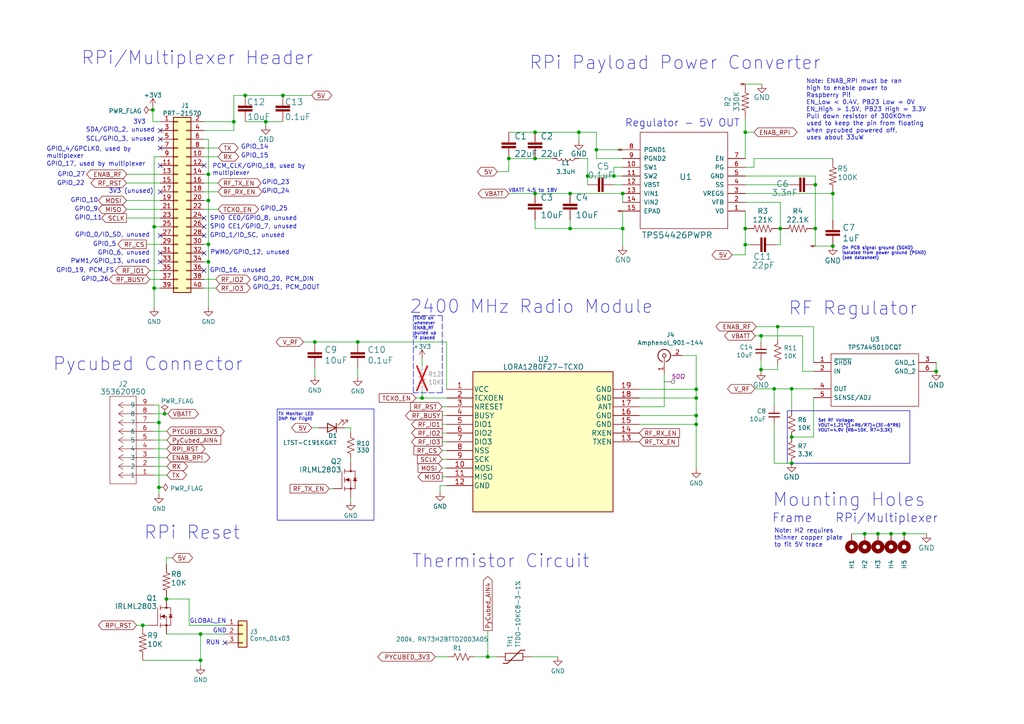
<source format=kicad_sch>
(kicad_sch (version 20230121) (generator eeschema)
  (paper "A4")
  (title_block (title "Raspberry Pi Interface Board") (date "2024-05-07") (rev "1.1") (company "Stanford Student Space Initiative") (comment 1 "Hunter Liu"))
  (junction (at 180.594 56.134))
  (junction (at 77.089 35.306))
  (junction (at 103.759 99.187))
  (junction (at 47.752 120.015))
  (junction (at 44.704 83.566))
  (junction (at 254.635 154.813))
  (junction (at 241.554 56.134))
  (junction (at 58.166 191.516))
  (junction (at 271.526 107.696))
  (junction (at 147.574 45.974))
  (junction (at 165.354 56.134))
  (junction (at 216.154 66.294))
  (junction (at 46.101 141.351))
  (junction (at 216.154 38.354))
  (junction (at 180.594 66.294))
  (junction (at 82.042 27.686))
  (junction (at 201.93 115.443))
  (junction (at 172.974 43.434))
  (junction (at 122.428 115.443))
  (junction (at 141.478 190.5))
  (junction (at 60.452 75.946))
  (junction (at 60.452 70.866))
  (junction (at 167.894 38.354))
  (junction (at 60.452 50.546))
  (junction (at 170.434 51.054))
  (junction (at 91.313 99.187))
  (junction (at 229.616 126.746))
  (junction (at 46.101 122.555))
  (junction (at 201.93 123.063))
  (junction (at 220.726 97.409))
  (junction (at 224.536 112.776))
  (junction (at 229.616 112.776))
  (junction (at 155.194 38.354))
  (junction (at 60.452 58.166))
  (junction (at 44.323 31.877))
  (junction (at 236.474 53.594))
  (junction (at 44.704 65.786))
  (junction (at 236.474 66.294))
  (junction (at 155.194 56.134))
  (junction (at 67.818 35.306))
  (junction (at 220.726 107.188))
  (junction (at 226.314 66.294))
  (junction (at 201.93 112.903))
  (junction (at 58.166 183.896))
  (junction (at 225.552 94.742))
  (junction (at 41.402 181.356))
  (junction (at 178.054 51.054))
  (junction (at 229.616 134.366))
  (junction (at 241.554 71.374))
  (junction (at 258.445 154.813))
  (junction (at 48.26 173.736))
  (junction (at 165.354 66.294))
  (junction (at 155.194 45.974))
  (junction (at 262.255 154.813))
  (junction (at 216.154 70.993))
  (junction (at 201.93 120.523))
  (junction (at 250.825 154.813))
  (junction (at 71.12 27.686))
  (no_connect (at 59.182 78.486))
  (no_connect (at 59.182 63.246))
  (no_connect (at 59.182 73.406))
  (no_connect (at 46.482 68.326))
  (no_connect (at 46.482 55.626))
  (no_connect (at 46.482 48.006))
  (no_connect (at 46.482 42.926))
  (no_connect (at 59.182 68.326))
  (no_connect (at 46.482 37.846))
  (no_connect (at 46.482 75.946))
  (no_connect (at 46.482 73.406))
  (no_connect (at 59.182 48.006))
  (no_connect (at 65.278 186.436))
  (no_connect (at 59.182 65.786))
  (no_connect (at 46.482 40.386))
  (wire (pts (xy 60.452 70.866) (xy 59.182 70.866)))
  (wire (pts (xy 216.154 53.594) (xy 228.854 53.594)))
  (wire (pts (xy 247.015 154.813) (xy 250.825 154.813)))
  (wire (pts (xy 262.255 154.813) (xy 268.732 154.813)))
  (wire (pts (xy 235.966 94.742) (xy 235.966 105.156)))
  (wire (pts (xy 71.12 35.306) (xy 77.089 35.306)))
  (wire (pts (xy 59.182 50.546) (xy 60.452 50.546)))
  (wire (pts (xy 147.574 45.974) (xy 155.194 45.974)))
  (wire (pts (xy 201.93 112.903) (xy 201.93 115.443)))
  (wire (pts (xy 46.101 122.555) (xy 46.101 141.351)))
  (wire (pts (xy 129.54 140.843) (xy 127.635 140.843)))
  (wire (pts (xy 43.434 78.486) (xy 46.482 78.486)))
  (wire (pts (xy 167.894 45.974) (xy 170.434 45.974)))
  (wire (pts (xy 41.402 191.516) (xy 58.166 191.516)))
  (wire (pts (xy 185.42 115.443) (xy 201.93 115.443)))
  (wire (pts (xy 236.474 51.054) (xy 236.474 53.594)))
  (wire (pts (xy 122.428 113.538) (xy 122.428 115.443)))
  (wire (pts (xy 229.616 112.776) (xy 235.966 112.776)))
  (wire (pts (xy 155.194 45.974) (xy 160.274 45.974)))
  (wire (pts (xy 225.552 107.188) (xy 220.726 107.188)))
  (wire (pts (xy 44.323 31.877) (xy 44.323 35.306)))
  (wire (pts (xy 65.278 181.356) (xy 54.864 181.356)))
  (wire (pts (xy 220.726 97.409) (xy 220.726 99.314)))
  (wire (pts (xy 128.27 117.983) (xy 129.54 117.983)))
  (wire (pts (xy 226.314 70.993) (xy 226.314 66.294)))
  (wire (pts (xy 44.704 83.566) (xy 46.482 83.566)))
  (wire (pts (xy 220.98 24.384) (xy 216.154 24.384)))
  (wire (pts (xy 91.313 106.807) (xy 91.313 109.093)))
  (wire (pts (xy 50.038 161.798) (xy 48.26 161.798)))
  (wire (pts (xy 46.101 117.475) (xy 46.101 122.555)))
  (wire (pts (xy 185.42 120.523) (xy 201.93 120.523)))
  (wire (pts (xy 236.474 53.594) (xy 236.474 66.294)))
  (wire (pts (xy 60.452 70.866) (xy 60.452 75.946)))
  (wire (pts (xy 91.313 99.187) (xy 103.759 99.187)))
  (wire (pts (xy 46.482 70.866) (xy 42.418 70.866)))
  (wire (pts (xy 43.434 81.026) (xy 46.482 81.026)))
  (polyline (pts (xy 263.906 134.366) (xy 263.906 119.126)))
  (wire (pts (xy 219.075 97.409) (xy 220.726 97.409)))
  (wire (pts (xy 46.482 60.706) (xy 36.703 60.706)))
  (wire (pts (xy 90.424 124.079) (xy 92.456 124.079)))
  (wire (pts (xy 178.054 51.054) (xy 178.054 48.514)))
  (wire (pts (xy 36.703 58.166) (xy 46.482 58.166)))
  (wire (pts (xy 47.752 120.015) (xy 48.641 120.015)))
  (wire (pts (xy 46.101 141.351) (xy 46.101 143.383)))
  (wire (pts (xy 128.27 130.683) (xy 129.54 130.683)))
  (wire (pts (xy 224.536 117.856) (xy 224.536 112.776)))
  (wire (pts (xy 36.703 63.246) (xy 46.482 63.246)))
  (polyline (pts (xy 128.27 113.919) (xy 119.888 113.919)) (stroke (width 0) (type dash)))
  (wire (pts (xy 165.354 56.134) (xy 180.594 56.134)))
  (wire (pts (xy 60.452 40.386) (xy 59.182 40.386)))
  (wire (pts (xy 103.759 99.187) (xy 129.54 99.187)))
  (wire (pts (xy 185.42 112.903) (xy 201.93 112.903)))
  (wire (pts (xy 172.974 43.434) (xy 172.974 45.974)))
  (wire (pts (xy 128.27 125.603) (xy 129.54 125.603)))
  (wire (pts (xy 44.704 65.786) (xy 46.482 65.786)))
  (wire (pts (xy 48.387 137.795) (xy 44.577 137.795)))
  (wire (pts (xy 235.966 94.742) (xy 225.552 94.742)))
  (wire (pts (xy 48.387 127.635) (xy 44.577 127.635)))
  (wire (pts (xy 44.577 117.475) (xy 46.101 117.475)))
  (wire (pts (xy 225.171 70.993) (xy 226.314 70.993)))
  (wire (pts (xy 59.182 42.926) (xy 63.373 42.926)))
  (wire (pts (xy 180.594 48.514) (xy 178.054 48.514)))
  (wire (pts (xy 225.552 105.918) (xy 225.552 107.188)))
  (wire (pts (xy 225.552 94.742) (xy 225.552 98.298)))
  (wire (pts (xy 218.948 112.776) (xy 224.536 112.776)))
  (wire (pts (xy 44.577 125.095) (xy 48.387 125.095)))
  (wire (pts (xy 54.864 173.736) (xy 48.26 173.736)))
  (wire (pts (xy 147.574 38.354) (xy 155.194 38.354)))
  (wire (pts (xy 229.616 119.126) (xy 229.616 112.776)))
  (wire (pts (xy 82.042 27.686) (xy 90.424 27.686)))
  (wire (pts (xy 201.93 103.124) (xy 197.739 103.124)))
  (wire (pts (xy 224.536 122.936) (xy 224.536 134.366)))
  (wire (pts (xy 44.704 65.786) (xy 44.704 45.466)))
  (wire (pts (xy 128.27 135.763) (xy 129.54 135.763)))
  (wire (pts (xy 170.434 53.594) (xy 170.434 51.054)))
  (wire (pts (xy 101.727 133.096) (xy 101.727 134.112)))
  (wire (pts (xy 235.966 126.746) (xy 235.966 115.316)))
  (wire (pts (xy 128.27 138.303) (xy 129.54 138.303)))
  (wire (pts (xy 122.428 104.013) (xy 122.428 105.918)))
  (wire (pts (xy 48.387 135.255) (xy 44.577 135.255)))
  (wire (pts (xy 128.27 133.223) (xy 129.54 133.223)))
  (wire (pts (xy 67.818 27.686) (xy 67.818 35.306)))
  (polyline (pts (xy 228.346 119.126) (xy 228.346 134.366)))
  (wire (pts (xy 216.154 34.544) (xy 216.154 38.354)))
  (wire (pts (xy 44.704 45.466) (xy 46.482 45.466)))
  (wire (pts (xy 48.387 130.175) (xy 44.577 130.175)))
  (wire (pts (xy 44.577 122.555) (xy 46.101 122.555)))
  (wire (pts (xy 155.194 66.294) (xy 155.194 63.754)))
  (wire (pts (xy 201.93 103.124) (xy 201.93 112.903)))
  (wire (pts (xy 216.154 66.294) (xy 216.154 70.993)))
  (wire (pts (xy 67.818 37.846) (xy 67.818 35.306)))
  (wire (pts (xy 59.182 37.846) (xy 67.818 37.846)))
  (wire (pts (xy 48.387 132.715) (xy 44.577 132.715)))
  (wire (pts (xy 59.182 81.026) (xy 62.611 81.026)))
  (wire (pts (xy 220.726 107.188) (xy 220.726 107.696)))
  (wire (pts (xy 67.818 27.686) (xy 71.12 27.686)))
  (wire (pts (xy 201.93 120.523) (xy 201.93 123.063)))
  (wire (pts (xy 216.154 56.134) (xy 241.554 56.134)))
  (wire (pts (xy 147.574 49.784) (xy 144.272 49.784)))
  (wire (pts (xy 44.577 120.015) (xy 47.752 120.015)))
  (wire (pts (xy 216.154 70.993) (xy 217.551 70.993)))
  (wire (pts (xy 60.452 89.154) (xy 60.452 75.946)))
  (wire (pts (xy 77.089 35.306) (xy 77.089 36.449)))
  (polyline (pts (xy 263.906 119.126) (xy 228.346 119.126)))
  (wire (pts (xy 129.54 99.187) (xy 129.54 112.903)))
  (wire (pts (xy 36.703 53.086) (xy 46.482 53.086)))
  (wire (pts (xy 229.616 126.746) (xy 235.966 126.746)))
  (wire (pts (xy 103.759 106.807) (xy 103.759 109.347)))
  (wire (pts (xy 95.504 141.732) (xy 96.647 141.732)))
  (wire (pts (xy 36.83 50.546) (xy 46.482 50.546)))
  (wire (pts (xy 180.594 53.594) (xy 178.054 53.594)))
  (wire (pts (xy 201.93 123.063) (xy 201.93 136.017)))
  (wire (pts (xy 167.894 38.354) (xy 172.974 38.354)))
  (wire (pts (xy 254.635 154.813) (xy 258.445 154.813)))
  (wire (pts (xy 122.428 115.443) (xy 129.54 115.443)))
  (wire (pts (xy 71.12 27.686) (xy 82.042 27.686)))
  (wire (pts (xy 44.704 89.154) (xy 44.704 83.566)))
  (wire (pts (xy 141.478 190.5) (xy 141.478 182.88)))
  (wire (pts (xy 218.694 48.514) (xy 216.154 48.514)))
  (wire (pts (xy 127.635 140.843) (xy 127.635 142.748)))
  (wire (pts (xy 58.166 191.516) (xy 58.166 193.04)))
  (wire (pts (xy 100.076 124.079) (xy 101.727 124.079)))
  (wire (pts (xy 154.178 190.5) (xy 161.798 190.5)))
  (wire (pts (xy 120.65 115.443) (xy 122.428 115.443)))
  (wire (pts (xy 250.825 154.813) (xy 254.635 154.813)))
  (wire (pts (xy 128.27 120.523) (xy 129.54 120.523)))
  (polyline (pts (xy 228.346 134.366) (xy 263.906 134.366)))
  (polyline (pts (xy 119.888 91.567) (xy 119.888 113.919)) (stroke (width 0) (type dash)))
  (wire (pts (xy 180.594 61.214) (xy 180.594 66.294)))
  (wire (pts (xy 165.354 66.294) (xy 165.354 63.754)))
  (wire (pts (xy 144.018 190.5) (xy 141.478 190.5)))
  (wire (pts (xy 178.054 51.054) (xy 170.434 51.054)))
  (wire (pts (xy 58.166 183.896) (xy 58.166 191.516)))
  (wire (pts (xy 216.154 70.993) (xy 216.154 73.914)))
  (wire (pts (xy 271.526 107.696) (xy 271.526 105.156)))
  (wire (pts (xy 232.791 107.696) (xy 235.966 107.696)))
  (wire (pts (xy 167.894 38.354) (xy 167.894 40.894)))
  (wire (pts (xy 44.323 31.115) (xy 44.323 31.877)))
  (wire (pts (xy 165.354 66.294) (xy 180.594 66.294)))
  (polyline (pts (xy 128.27 91.567) (xy 128.27 113.919)) (stroke (width 0) (type dash)))
  (wire (pts (xy 218.694 45.974) (xy 218.694 48.514)))
  (wire (pts (xy 60.452 40.386) (xy 60.452 50.546)))
  (wire (pts (xy 59.182 53.086) (xy 63.246 53.086)))
  (wire (pts (xy 41.402 181.356) (xy 43.18 181.356)))
  (wire (pts (xy 155.194 56.134) (xy 147.574 56.134)))
  (wire (pts (xy 141.478 190.5) (xy 137.668 190.5)))
  (wire (pts (xy 212.344 73.914) (xy 216.154 73.914)))
  (wire (pts (xy 44.704 65.786) (xy 44.704 83.566)))
  (wire (pts (xy 172.974 45.974) (xy 180.594 45.974)))
  (wire (pts (xy 59.182 55.626) (xy 63.246 55.626)))
  (wire (pts (xy 77.089 35.306) (xy 82.042 35.306)))
  (wire (pts (xy 128.27 128.143) (xy 129.54 128.143)))
  (wire (pts (xy 225.552 94.742) (xy 219.329 94.742)))
  (wire (pts (xy 216.154 45.974) (xy 216.154 38.354)))
  (wire (pts (xy 241.554 45.974) (xy 218.694 45.974)))
  (wire (pts (xy 220.726 104.394) (xy 220.726 107.188)))
  (wire (pts (xy 216.154 38.354) (xy 218.694 38.354)))
  (wire (pts (xy 101.727 124.079) (xy 101.727 125.476)))
  (wire (pts (xy 226.314 58.674) (xy 226.314 66.294)))
  (wire (pts (xy 155.194 66.294) (xy 165.354 66.294)))
  (wire (pts (xy 180.594 58.674) (xy 180.594 56.134)))
  (wire (pts (xy 54.864 181.356) (xy 54.864 173.736)))
  (wire (pts (xy 258.445 154.813) (xy 262.255 154.813)))
  (wire (pts (xy 185.42 123.063) (xy 201.93 123.063)))
  (wire (pts (xy 59.182 58.166) (xy 60.452 58.166)))
  (wire (pts (xy 216.154 51.054) (xy 236.474 51.054)))
  (wire (pts (xy 180.594 66.294) (xy 180.594 71.374)))
  (wire (pts (xy 126.238 190.5) (xy 130.048 190.5)))
  (wire (pts (xy 59.182 83.566) (xy 62.611 83.566)))
  (wire (pts (xy 224.536 112.776) (xy 229.616 112.776)))
  (wire (pts (xy 216.154 61.214) (xy 216.154 66.294)))
  (wire (pts (xy 147.574 49.784) (xy 147.574 45.974)))
  (wire (pts (xy 58.166 183.896) (xy 65.278 183.896)))
  (wire (pts (xy 155.194 56.134) (xy 165.354 56.134)))
  (wire (pts (xy 39.624 181.356) (xy 41.402 181.356)))
  (wire (pts (xy 236.474 71.374) (xy 236.474 66.294)))
  (wire (pts (xy 180.594 43.434) (xy 172.974 43.434)))
  (wire (pts (xy 220.726 97.409) (xy 232.791 97.409)))
  (wire (pts (xy 59.182 60.706) (xy 63.246 60.706)))
  (wire (pts (xy 155.194 38.354) (xy 167.894 38.354)))
  (wire (pts (xy 241.554 56.134) (xy 241.554 63.754)))
  (wire (pts (xy 59.182 45.466) (xy 63.246 45.466)))
  (wire (pts (xy 60.452 58.166) (xy 60.452 70.866)))
  (wire (pts (xy 48.26 183.896) (xy 58.166 183.896)))
  (wire (pts (xy 232.791 97.409) (xy 232.791 107.696)))
  (wire (pts (xy 59.182 35.306) (xy 67.818 35.306)))
  (wire (pts (xy 201.93 115.443) (xy 201.93 120.523)))
  (wire (pts (xy 172.974 38.354) (xy 172.974 43.434)))
  (wire (pts (xy 128.27 123.063) (xy 129.54 123.063)))
  (wire (pts (xy 224.536 134.366) (xy 229.616 134.366)))
  (wire (pts (xy 192.659 108.204) (xy 192.659 117.983)))
  (wire (pts (xy 48.26 161.798) (xy 48.26 163.576)))
  (wire (pts (xy 88.011 99.187) (xy 91.313 99.187)))
  (wire (pts (xy 170.434 51.054) (xy 170.434 45.974)))
  (wire (pts (xy 185.42 117.983) (xy 192.659 117.983)))
  (wire (pts (xy 236.474 71.374) (xy 241.554 71.374)))
  (polyline (pts (xy 120.015 91.567) (xy 128.27 91.567)) (stroke (width 0) (type dash)))
  (wire (pts (xy 101.727 144.272) (xy 101.727 145.415)))
  (wire (pts (xy 46.482 35.306) (xy 44.323 35.306)))
  (wire (pts (xy 59.182 75.946) (xy 60.452 75.946)))
  (wire (pts (xy 60.452 50.546) (xy 60.452 58.166)))
  (wire (pts (xy 216.154 58.674) (xy 226.314 58.674)))
  (wire (pts (xy 180.594 51.054) (xy 178.054 51.054)))
  (rectangle (start 80.391 118.618) (end 108.458 150.876))
  (text "Mounting Holes" (at 224.028 147.32 0) (effects (font (size 3.81 3.81)) (justify left bottom)))
  (text "RF Regulator" (at 228.6 91.821 0) (effects (font (size 3.81 3.81)) (justify left bottom)))
  (text "Frame" (at 223.901 151.892 0) (effects (font (size 2.54 2.54)) (justify left bottom)))
  (text "GPIO_0/ID_SD, unused" (at 21.717 68.961 0) (effects (font (size 1.27 1.27)) (justify left bottom)))
  (text "GPIO_21, PCM_DOUT" (at 73.279 84.201 0) (effects (font (size 1.27 1.27)) (justify left bottom)))
  (text "RPi/Multiplexer" (at 242.189 151.892 0) (effects (font (size 2.54 2.54)) (justify left bottom)))
  (text "GND" (at 61.722 183.769 0) (effects (font (size 1.27 1.27)) (justify left bottom)))
  (text "GLOBAL_EN" (at 54.991 180.975 0) (effects (font (size 1.27 1.27)) (justify left bottom)))
  (text "Pycubed Connector" (at 15.24 107.95 0) (effects (font (size 3.81 3.81)) (justify left bottom)))
  (text "RPi/Multiplexer Header" (at 23.495 19.177 0) (effects (font (size 3.81 3.81)) (justify left bottom)))
  (text "Set RF Voltage:\nVOUT=1.21*(1+R6/R7)+(3E-6*R6)\nVOUT=4.9V (R6=10K, R7=3.3K)\n" (at 237.236 125.476 0) (effects (font (size 0.889 0.889)) (justify left bottom)))
  (text "GPIO_1/ID_SC, unused" (at 60.833 69.088 0) (effects (font (size 1.27 1.27)) (justify left bottom)))
  (text "Note: H2 requires\nthinner copper plate\nto fit 5V trace" (at 224.536 158.877 0) (effects (font (size 1.27 1.27)) (justify left bottom)))
  (text "GPIO_19, PCM_FS" (at 16.256 79.248 0) (effects (font (size 1.27 1.27)) (justify left bottom)))
  (text "GPIO_5" (at 26.924 71.628 0) (effects (font (size 1.27 1.27)) (justify left bottom)))
  (text "GPIO_15" (at 69.85 45.974 0) (effects (font (size 1.27 1.27)) (justify left bottom)))
  (text "GPIO_6, unused" (at 28.321 74.168 0) (effects (font (size 1.27 1.27)) (justify left bottom)))
  (text "Regulator - 5V OUT" (at 181.229 37.084 0) (effects (font (size 2.159 2.159)) (justify left bottom)))
  (text "GPIO_22" (at 16.51 53.975 0) (effects (font (size 1.27 1.27)) (justify left bottom)))
  (text "3V3 (unused)" (at 31.496 56.261 0) (effects (font (size 1.27 1.27)) (justify left bottom)))
  (text "GPIO_14" (at 69.85 43.434 0) (effects (font (size 1.27 1.27)) (justify left bottom)))
  (text "SDA/GPIO_2, unused" (at 24.892 38.481 0) (effects (font (size 1.27 1.27)) (justify left bottom)))
  (text "RPi Reset" (at 41.656 156.845 0) (effects (font (size 3.81 3.81)) (justify left bottom)))
  (text "Note: ENAB_RPI must be ran \nhigh to enable power to \nRaspberry Pi!\nEN_Low < 0.4V, PB23 Low = 0V\nEN_High > 1.5V, PB23 High = 3.3V\nPull down resistor of 300KOhm \nused to keep the pin from floating\nwhen pycubed powered off, \nuses about 33uW " (at 233.807 40.767 0) (effects (font (size 1.27 1.27)) (justify left bottom)))
  (text "GPIO_11" (at 21.59 64.008 0) (effects (font (size 1.27 1.27)) (justify left bottom)))
  (text "GPIO_16, unused" (at 60.833 79.248 0) (effects (font (size 1.27 1.27)) (justify left bottom)))
  (text "GPIO_27" (at 16.637 51.435 0) (effects (font (size 1.27 1.27)) (justify left bottom)))
  (text "SCL/GPIO_3, unused" (at 24.892 41.148 0) (effects (font (size 1.27 1.27)) (justify left bottom)))
  (text "GPIO_10" (at 20.447 58.928 0) (effects (font (size 1.27 1.27)) (justify left bottom)))
  (text "On PCB signal ground (SGND)\nisolated from power ground (PGND)\n(see datasheet)\n" (at 244.221 75.438 0) (effects (font (size 0.889 0.889)) (justify left bottom)))
  (text "TX Monitor LED\nDNP for Flight\n" (at 80.645 122.174 0) (effects (font (size 0.889 0.889)) (justify left bottom)))
  (text "TCXO on\nwhenever\nENAB_RF\npulled up\nif placed" (at 120.015 98.679 0) (effects (font (size 0.889 0.889)) (justify left bottom)))
  (text "PWM0/GPIO_12, unused" (at 60.96 74.041 0) (effects (font (size 1.27 1.27)) (justify left bottom)))
  (text "GPIO_20, PCM_DIN" (at 73.279 81.788 0) (effects (font (size 1.27 1.27)) (justify left bottom)))
  (text "GPIO_9" (at 21.59 61.468 0) (effects (font (size 1.27 1.27)) (justify left bottom)))
  (text "PCM_CLK/GPIO_18, used by\nmultiplexer" (at 61.595 51.054 0) (effects (font (size 1.27 1.27)) (justify left bottom)))
  (text "PWM1/GPIO_13, unused" (at 20.447 76.581 0) (effects (font (size 1.27 1.27)) (justify left bottom)))
  (text "3V3" (at 38.608 36.195 0) (effects (font (size 1.27 1.27)) (justify left bottom)))
  (text "GPIO_25" (at 75.438 61.341 0) (effects (font (size 1.27 1.27)) (justify left bottom)))
  (text "2400 MHz Radio Module" (at 118.745 91.313 0) (effects (font (size 3.81 3.81)) (justify left bottom)))
  (text "Thermistor Circuit" (at 119.38 165.1 0) (effects (font (size 3.81 3.81)) (justify left bottom)))
  (text "VBATT 4.5 to 18V" (at 147.447 56.007 0) (effects (font (size 1.0668 1.0668)) (justify left bottom)))
  (text "RUN" (at 59.69 187.198 0) (effects (font (size 1.27 1.27)) (justify left bottom)))
  (text "SPI0 CE1/GPIO_7, unused" (at 60.833 66.548 0) (effects (font (size 1.27 1.27)) (justify left bottom)))
  (text "RPi Payload Power Converter" (at 153.416 20.574 0) (effects (font (size 3.81 3.81)) (justify left bottom)))
  (text "GPIO_23" (at 75.946 53.721 0) (effects (font (size 1.27 1.27)) (justify left bottom)))
  (text "GPIO_17, used by multiplexer" (at 13.462 48.387 0) (effects (font (size 1.27 1.27)) (justify left bottom)))
  (text "GPIO_4/GPCLK0, used by\nmultiplexer" (at 13.462 46.101 0) (effects (font (size 1.27 1.27)) (justify left bottom)))
  (text "GPIO_24" (at 75.946 56.261 0) (effects (font (size 1.27 1.27)) (justify left bottom)))
  (text "SPI0 CE0/GPIO_8, unused" (at 60.833 64.135 0) (effects (font (size 1.27 1.27)) (justify left bottom)))
  (text "GPIO_26" (at 23.495 81.788 0) (effects (font (size 1.27 1.27)) (justify left bottom)))
  (global_label "PYCUBED_3V3" (shape bidirectional) (at 48.387 125.095 0) (property "Intersheetrefs" "${INTERSHEET_REFS}" (effects hide)))
  (global_label "ENAB_RPI" (shape bidirectional) (at 48.387 132.715 0) (property "Intersheetrefs" "${INTERSHEET_REFS}" (effects hide)))
  (global_label "TCXO_EN" (shape bidirectional) (at 63.246 60.706 0) (property "Intersheetrefs" "${INTERSHEET_REFS}" (effects hide)))
  (global_label "RF_CS" (shape input) (at 128.27 130.683 180) (property "Intersheetrefs" "${INTERSHEET_REFS}" (effects hide)))
  (global_label "PyCubed_AIN4" (shape output) (at 141.478 182.88 90) (property "Intersheetrefs" "${INTERSHEET_REFS}" (effects hide)))
  (global_label "V_RF" (shape bidirectional) (at 218.948 112.776 180) (property "Intersheetrefs" "${INTERSHEET_REFS}" (effects hide)))
  (global_label "GND" (shape bidirectional) (at 180.594 61.214 180) (effects (font (size 0.254 0.254))) (property "Intersheetrefs" "${INTERSHEET_REFS}" (effects hide)))
  (global_label "ENAB_RF" (shape bidirectional) (at 36.83 50.546 180) (property "Intersheetrefs" "${INTERSHEET_REFS}" (effects hide)))
  (global_label "RF_IO2" (shape bidirectional) (at 62.611 81.026 0) (property "Intersheetrefs" "${INTERSHEET_REFS}" (effects hide)))
  (global_label "SCLK" (shape input) (at 128.27 133.223 180) (property "Intersheetrefs" "${INTERSHEET_REFS}" (effects hide)))
  (global_label "VBATT" (shape bidirectional) (at 147.574 56.134 180) (property "Intersheetrefs" "${INTERSHEET_REFS}" (effects hide)))
  (global_label "RPI_RST" (shape bidirectional) (at 48.387 130.175 0) (property "Intersheetrefs" "${INTERSHEET_REFS}" (effects hide)))
  (global_label "MOSI" (shape bidirectional) (at 36.703 58.166 180) (property "Intersheetrefs" "${INTERSHEET_REFS}" (effects hide)))
  (global_label "5V" (shape bidirectional) (at 144.272 49.784 180) (property "Intersheetrefs" "${INTERSHEET_REFS}" (effects hide)))
  (global_label "RF_BUSY" (shape bidirectional) (at 43.434 81.026 180) (property "Intersheetrefs" "${INTERSHEET_REFS}" (effects hide)))
  (global_label "RF_BUSY" (shape output) (at 128.27 120.523 180) (property "Intersheetrefs" "${INTERSHEET_REFS}" (effects hide)))
  (global_label "5V" (shape bidirectional) (at 212.344 73.914 180) (property "Intersheetrefs" "${INTERSHEET_REFS}" (effects hide)))
  (global_label "V_RF" (shape bidirectional) (at 88.011 99.187 180) (property "Intersheetrefs" "${INTERSHEET_REFS}" (effects hide)))
  (global_label "ENAB_RF" (shape bidirectional) (at 219.329 94.742 180) (property "Intersheetrefs" "${INTERSHEET_REFS}" (effects hide)))
  (global_label "5V" (shape bidirectional) (at 90.424 124.079 180) (property "Intersheetrefs" "${INTERSHEET_REFS}" (effects hide)))
  (global_label "GND" (shape bidirectional) (at 236.474 71.374 180) (effects (font (size 0.254 0.254))) (property "Intersheetrefs" "${INTERSHEET_REFS}" (effects hide)))
  (global_label "5V" (shape bidirectional) (at 50.038 161.798 0) (property "Intersheetrefs" "${INTERSHEET_REFS}" (effects hide)))
  (global_label "RF_TX_EN" (shape input) (at 95.504 141.732 180) (property "Intersheetrefs" "${INTERSHEET_REFS}" (effects hide)))
  (global_label "GND" (shape bidirectional) (at 180.594 43.434 180) (effects (font (size 0.254 0.254))) (property "Intersheetrefs" "${INTERSHEET_REFS}" (effects hide)))
  (global_label "VBATT" (shape bidirectional) (at 48.641 120.015 0) (property "Intersheetrefs" "${INTERSHEET_REFS}" (effects hide)))
  (global_label "RF_IO3" (shape output) (at 128.27 128.143 180) (property "Intersheetrefs" "${INTERSHEET_REFS}" (effects hide)))
  (global_label "MOSI" (shape input) (at 128.27 135.763 180) (property "Intersheetrefs" "${INTERSHEET_REFS}" (effects hide)))
  (global_label "RF_IO3" (shape bidirectional) (at 62.611 83.566 0) (property "Intersheetrefs" "${INTERSHEET_REFS}" (effects hide)))
  (global_label "GND" (shape bidirectional) (at 216.154 24.384 180) (effects (font (size 0.254 0.254))) (property "Intersheetrefs" "${INTERSHEET_REFS}" (effects hide)))
  (global_label "MISO" (shape output) (at 128.27 138.303 180) (property "Intersheetrefs" "${INTERSHEET_REFS}" (effects hide)))
  (global_label "RF_TX_EN" (shape input) (at 185.42 128.143 0) (property "Intersheetrefs" "${INTERSHEET_REFS}" (effects hide)))
  (global_label "PyCubed_AIN4" (shape input) (at 48.387 127.635 0) (property "Intersheetrefs" "${INTERSHEET_REFS}" (effects hide)))
  (global_label "RPI_RST" (shape bidirectional) (at 39.624 181.356 180) (property "Intersheetrefs" "${INTERSHEET_REFS}" (effects hide)))
  (global_label "TCXO_EN" (shape input) (at 120.65 115.443 180) (property "Intersheetrefs" "${INTERSHEET_REFS}" (effects hide)))
  (global_label "5V" (shape bidirectional) (at 90.424 27.686 0) (property "Intersheetrefs" "${INTERSHEET_REFS}" (effects hide)))
  (global_label "RF_IO1" (shape bidirectional) (at 43.434 78.486 180) (property "Intersheetrefs" "${INTERSHEET_REFS}" (effects hide)))
  (global_label "RF_TX_EN" (shape bidirectional) (at 63.246 53.086 0) (property "Intersheetrefs" "${INTERSHEET_REFS}" (effects hide)))
  (global_label "RF_CS" (shape output) (at 42.418 70.866 180) (property "Intersheetrefs" "${INTERSHEET_REFS}" (effects hide)))
  (global_label "RF_IO1" (shape output) (at 128.27 123.063 180) (property "Intersheetrefs" "${INTERSHEET_REFS}" (effects hide)))
  (global_label "RF_RX_EN" (shape input) (at 185.42 125.603 0) (property "Intersheetrefs" "${INTERSHEET_REFS}" (effects hide)))
  (global_label "VBATT" (shape bidirectional) (at 219.075 97.409 180) (property "Intersheetrefs" "${INTERSHEET_REFS}" (effects hide)))
  (global_label "TX" (shape bidirectional) (at 48.387 137.795 0) (property "Intersheetrefs" "${INTERSHEET_REFS}" (effects hide)))
  (global_label "RF_IO2" (shape output) (at 128.27 125.603 180) (property "Intersheetrefs" "${INTERSHEET_REFS}" (effects hide)))
  (global_label "ENAB_RPI" (shape bidirectional) (at 218.694 38.354 0) (property "Intersheetrefs" "${INTERSHEET_REFS}" (effects hide)))
  (global_label "RF_RST" (shape bidirectional) (at 36.703 53.086 180) (property "Intersheetrefs" "${INTERSHEET_REFS}" (effects hide)))
  (global_label "PYCUBED_3V3" (shape bidirectional) (at 126.238 190.5 180) (property "Intersheetrefs" "${INTERSHEET_REFS}" (effects hide)))
  (global_label "RF_RX_EN" (shape bidirectional) (at 63.246 55.626 0) (property "Intersheetrefs" "${INTERSHEET_REFS}" (effects hide)))
  (global_label "RX" (shape bidirectional) (at 48.387 135.255 0) (property "Intersheetrefs" "${INTERSHEET_REFS}" (effects hide)))
  (global_label "MISO" (shape bidirectional) (at 36.703 60.706 180) (property "Intersheetrefs" "${INTERSHEET_REFS}" (effects hide)))
  (global_label "SCLK" (shape output) (at 36.703 63.246 180) (property "Intersheetrefs" "${INTERSHEET_REFS}" (effects hide)))
  (global_label "TX" (shape bidirectional) (at 63.373 42.926 0) (property "Intersheetrefs" "${INTERSHEET_REFS}" (effects hide)))
  (global_label "RF_RST" (shape input) (at 128.27 117.983 180) (property "Intersheetrefs" "${INTERSHEET_REFS}" (effects hide)))
  (global_label "RX" (shape bidirectional) (at 63.246 45.466 0) (property "Intersheetrefs" "${INTERSHEET_REFS}" (effects hide)))
  (netclass_flag "" (length 2.54) (shape round) (at 192.659 110.744 270) (property "Netclass" "50Ω" (at 194.691 109.22 0) (effects (font italic) (justify left))))
  (symbol (lib_id "mainboard:1.0UF-0603-16V-10%") (at 175.514 53.594 90) (unit 1)
    (property "Reference" "C5" (at 176.784 47.244 90) (effects (font (size 1.778 1.778)) (justify left bottom)))
    (property "Value" "0.1uF" (at 178.054 49.784 90) (effects (font (size 1.778 1.778)) (justify left bottom)))
    (property "Footprint" "Capacitor_SMD:C_0603_1608Metric" (effects hide))
    (property "Description" "0.1uF +-10% 50V X7R 0603" (effects hide))
  )
  (symbol (lib_id "power:GND") (at 271.526 107.696 0) (unit 1)
    (property "Reference" "#GND06" (effects hide))
    (property "Value" "GND" (at 269.113 112.522 0) (effects (font (size 1.4986 1.4986)) (justify left bottom)))
  )
  (symbol (lib_id "power:GND") (at 180.594 71.374 0) (unit 1)
    (property "Reference" "#GND02" (effects hide))
    (property "Value" "GND" (at 178.308 76.2 0) (effects (font (size 1.4986 1.4986)) (justify left bottom)))
  )
  (symbol (lib_id "mainboard:1.0UF-0603-16V-10%") (at 241.554 68.834 0) (unit 1)
    (property "Reference" "C7" (at 244.2972 66.0146 0) (effects (font (size 1.778 1.778)) (justify left)))
    (property "Value" "1uF" (at 244.2972 69.088 0) (effects (font (size 1.778 1.778)) (justify left)))
    (property "Footprint" "Capacitor_SMD:C_0603_1608Metric" (effects hide))
    (property "Description" "1uF 0603 X7R" (effects hide))
  )
  (symbol (lib_id "mainboard:22UF-0805-6.3V-20%") (at 82.042 32.766 0) (unit 1)
    (property "Reference" "C13" (at 82.55 30.607 0) (effects (font (size 1.778 1.778)) (justify left bottom)))
    (property "Value" "0.1uF" (at 82.55 34.925 0) (effects (font (size 1.778 1.778)) (justify left bottom)))
    (property "Footprint" "Capacitor_SMD:C_0603_1608Metric" (effects hide))
    (property "Description" "22uF +-20% 10V X5R" (effects hide))
  )
  (symbol (lib_id "mainboard:R-US_R0603") (at 241.554 51.054 270) (unit 1)
    (property "Reference" "R5" (at 242.824 49.784 90) (effects (font (size 1.4986 1.4986)) (justify left bottom)))
    (property "Value" "100K" (at 242.824 52.324 90) (effects (font (size 1.4986 1.4986)) (justify left bottom)))
    (property "Footprint" "Resistor_SMD:R_0603_1608Metric" (effects hide))
    (property "Description" "100K 0603" (effects hide))
  )
  (symbol (lib_id "rpi_interface:PRT-21570") (at 51.562 58.166 0) (unit 1)
    (property "Reference" "J1" (at 53.721 30.591 0))
    (property "Value" "PRT-21570" (at 52.832 32.893 0))
    (property "Footprint" "rpi_interface:PRT-21570" (effects hide))
    (property "Datasheet" "https://cdn.sparkfun.com/assets/0/8/d/b/2/DS-16764-2_X_20_Pin_Extended_GPIO_Header_-_Female_-_13.5mm_9.80mm.pdf" (effects hide))
  )
  (symbol (lib_id "mainboard:22UF-0805-6.3V-20%") (at 71.12 32.766 0) (unit 1)
    (property "Reference" "C12" (at 71.501 30.607 0) (effects (font (size 1.778 1.778)) (justify left bottom)))
    (property "Value" "10uF" (at 71.628 34.925 0) (effects (font (size 1.778 1.778)) (justify left bottom)))
    (property "Footprint" "Capacitor_SMD:C_0603_1608Metric" (effects hide))
    (property "Description" "22uF +-20% 10V X5R" (effects hide))
  )
  (symbol (lib_id "Device:R_US") (at 133.858 190.5 90) (unit 1)
    (property "Reference" "R1" (at 131.318 187.96 90) (effects (justify right)))
    (property "Value" "200k, RN73H2BTTD2003A05" (at 114.808 185.42 90) (effects (justify right)))
    (property "Footprint" "Resistor_SMD:R_1206_3216Metric" (effects hide))
  )
  (symbol (lib_id "power:GND") (at 44.704 89.154 0) (unit 1)
    (property "Reference" "#PWR05" (effects hide))
    (property "Value" "GND" (at 44.704 93.2895 0))
  )
  (symbol (lib_id "power:GND") (at 229.616 134.366 0) (unit 1)
    (property "Reference" "#GND05" (effects hide))
    (property "Value" "GND" (at 227.203 139.192 0) (effects (font (size 1.4986 1.4986)) (justify left bottom)))
  )
  (symbol (lib_id "power:GND") (at 268.732 154.813 0) (unit 1)
    (property "Reference" "#GND08" (effects hide))
    (property "Value" "GND" (at 266.319 159.766 0) (effects (font (size 1.4986 1.4986)) (justify left bottom)))
  )
  (symbol (lib_id "Mechanical:MountingHole_Pad") (at 254.635 157.353 180) (unit 1) (in_bom no)
    (property "Reference" "H3" (at 254.635 163.703 90))
    (property "Value" "MountingHole_Pad" (effects hide))
    (property "Footprint" "MountingHole:MountingHole_2.7mm_M2.5_DIN965_Pad" (effects hide))
    (property "DNI" "DNI" (effects hide))
  )
  (symbol (lib_id "Device:R_US") (at 101.727 129.286 0) (unit 1)
    (property "Reference" "R10" (at 103.378 128.6423 0) (effects (justify left)))
    (property "Value" "330" (at 103.378 130.5633 0) (effects (justify left)))
    (property "Footprint" "Resistor_SMD:R_0603_1608Metric" (effects hide))
  )
  (symbol (lib_id "power:PWR_FLAG") (at 46.101 141.351 270) (mirror x) (unit 1)
    (property "Reference" "#FLG02" (effects hide))
    (property "Value" "PWR_FLAG" (at 49.2759 141.6678 90) (effects (justify left)))
  )
  (symbol (lib_id "mainboard:R-US_R0603") (at 41.402 186.436 270) (unit 1)
    (property "Reference" "R9" (at 42.672 185.166 90) (effects (font (size 1.4986 1.4986)) (justify left bottom)))
    (property "Value" "10K" (at 42.672 187.706 90) (effects (font (size 1.4986 1.4986)) (justify left bottom)))
    (property "Footprint" "Resistor_SMD:R_0603_1608Metric" (effects hide))
    (property "Description" "100K 0603" (effects hide))
  )
  (symbol (lib_id "mainboard:3.3NF-0603-100V-10%") (at 233.934 53.594 90) (unit 1)
    (property "Reference" "C6" (at 228.854 52.324 90) (effects (font (size 1.778 1.778)) (justify left bottom)))
    (property "Value" "3.3nF" (at 231.394 54.864 90) (effects (font (size 1.778 1.778)) (justify left bottom)))
    (property "Footprint" "Capacitor_SMD:C_0603_1608Metric" (effects hide))
    (property "Description" "3.3nF +-10% 100V X7R 0603" (effects hide))
  )
  (symbol (lib_id "power:+3V3") (at 44.323 31.115 0) (unit 1)
    (property "Reference" "#PWR04" (effects hide))
    (property "Value" "+3V3" (at 44.323 27.6131 0))
  )
  (symbol (lib_id "mainboard:IRLML2803TRPBF") (at 45.72 178.816 0) (unit 1)
    (property "Reference" "Q1" (at 42.418 172.593 0) (effects (font (size 1.4986 1.4986)) (justify left top)))
    (property "Value" "IRLML2803" (at 33.274 175.006 0) (effects (font (size 1.4986 1.4986)) (justify left top)))
    (property "Footprint" "mainboard:SOT-23" (effects hide))
    (property "Datasheet" "https://www.infineon.com/dgdl/irlml2803pbf.pdf?fileId=5546d462533600a4015356682aff260f" (effects hide))
    (property "Description" "Single N-Channel MOSFET" (effects hide))
    (property "Flight" "MMBT2222AT " (effects hide))
    (property "Manufacturer_Name" "ON Semiconductor" (effects hide))
    (property "Manufacturer_Part_Number" "MMBT2222AT " (effects hide))
    (property "Proto" "2302" (effects hide))
  )
  (symbol (lib_id "Device:R_US") (at 225.552 102.108 0) (mirror y) (unit 1)
    (property "Reference" "R11" (at 227.2792 100.9396 0) (effects (justify right)))
    (property "Value" "10K" (at 227.2792 103.251 0) (effects (justify right)))
    (property "Footprint" "Resistor_SMD:R_0603_1608Metric" (effects hide))
    (property "Description" "10K 0603" (effects hide))
  )
  (symbol (lib_id "mainboard:3.3NF-0603-100V-10%") (at 222.631 70.993 90) (unit 1)
    (property "Reference" "C11" (at 223.901 73.406 90) (effects (font (size 1.778 1.778)) (justify left bottom)))
    (property "Value" "22pF" (at 224.79 75.946 90) (effects (font (size 1.778 1.778)) (justify left bottom)))
    (property "Footprint" "Capacitor_SMD:C_0603_1608Metric" (effects hide))
    (property "Description" "22pF +-10% 100V X7R 0603" (effects hide))
  )
  (symbol (lib_id "mainboard:TPS7A4501DCQT") (at 235.966 105.156 0) (unit 1)
    (property "Reference" "U3" (at 253.746 98.425 0))
    (property "Value" "TPS7A4501DCQT" (at 253.746 100.7364 0))
    (property "Footprint" "mainboard:TPS7A4501DCQT" (effects hide))
    (property "Datasheet" "http://docs-emea.rs-online.com/webdocs/130f/0900766b8130f550.pdf" (effects hide))
    (property "Description" "LOW-NOISE FAST-TRANSIENT-RESPONSE 1.5-A LOW-DROPOUT VOLTAGE%D REGULATORS" (effects hide))
    (property "Flight" "TPS7A4501DCQT" (effects hide))
    (property "Manufacturer_Name" "Texas Instruments" (effects hide))
    (property "Manufacturer_Part_Number" "TPS7A4501DCQT" (effects hide))
    (property "Proto" "TPS7A4501DCQT" (effects hide))
    (property "Height" "1.8" (effects hide))
    (property "Arrow Part Number" "TPS7A4501DCQT" (effects hide))
    (property "Arrow Price/Stock" "https://www.arrow.com/en/products/tps7a4501dcqt/texas-instruments" (effects hide))
    (property "Mouser Part Number" "595-TPS7A4501DCQT" (effects hide))
    (property "Mouser Price/Stock" "https://www.mouser.co.uk/ProductDetail/Texas-Instruments/TPS7A4501DCQT?qs=g0HfZ8wh75DefRsz0DtlDw%3D%3D" (effects hide))
  )
  (symbol (lib_id "power:GND") (at 167.894 40.894 0) (unit 1)
    (property "Reference" "#GND01" (effects hide))
    (property "Value" "GND" (at 165.481 45.466 0) (effects (font (size 1.4986 1.4986)) (justify left bottom)))
  )
  (symbol (lib_id "mainboard:IRLML2803TRPBF") (at 99.187 139.192 0) (unit 1)
    (property "Reference" "Q2" (at 95.885 132.969 0) (effects (font (size 1.4986 1.4986)) (justify left top)))
    (property "Value" "IRLML2803" (at 86.741 135.382 0) (effects (font (size 1.4986 1.4986)) (justify left top)))
    (property "Footprint" "mainboard:SOT-23" (effects hide))
    (property "Datasheet" "https://www.infineon.com/dgdl/irlml2803pbf.pdf?fileId=5546d462533600a4015356682aff260f" (effects hide))
    (property "Description" "Single N-Channel MOSFET" (effects hide))
    (property "Flight" "MMBT2222AT " (effects hide))
    (property "Manufacturer_Name" "ON Semiconductor" (effects hide))
    (property "Manufacturer_Part_Number" "MMBT2222AT " (effects hide))
    (property "Proto" "2302" (effects hide))
  )
  (symbol (lib_id "power:GND") (at 60.452 89.154 0) (unit 1)
    (property "Reference" "#PWR06" (effects hide))
    (property "Value" "GND" (at 60.452 93.2895 0))
  )
  (symbol (lib_id "power:GND") (at 46.101 143.383 0) (mirror y) (unit 1)
    (property "Reference" "#PWR07" (effects hide))
    (property "Value" "GND" (at 46.101 147.5185 0))
  )
  (symbol (lib_id "Device:Thermistor") (at 149.098 190.5 90) (unit 1)
    (property "Reference" "TH1" (at 147.9296 187.833 0) (effects (justify left)))
    (property "Value" "TTDO-10KC8-3-1%" (at 150.241 187.833 0) (effects (justify left)))
    (property "Footprint" "Resistor_THT:R_Axial_DIN0204_L3.6mm_D1.6mm_P5.08mm_Horizontal" (effects hide))
  )
  (symbol (lib_id "Mechanical:MountingHole_Pad") (at 258.445 157.353 180) (unit 1) (in_bom no)
    (property "Reference" "H4" (at 258.445 163.703 90))
    (property "Value" "MountingHole_Pad" (effects hide))
    (property "Footprint" "MountingHole:MountingHole_2.7mm_M2.5_DIN965_Pad" (effects hide))
    (property "DNI" "DNI" (effects hide))
  )
  (symbol (lib_id "mainboard:R-US_R0603") (at 48.26 168.656 270) (unit 1)
    (property "Reference" "R8" (at 49.53 167.386 90) (effects (font (size 1.4986 1.4986)) (justify left bottom)))
    (property "Value" "10K" (at 49.53 169.926 90) (effects (font (size 1.4986 1.4986)) (justify left bottom)))
    (property "Footprint" "Resistor_SMD:R_0603_1608Metric" (effects hide))
    (property "Description" "100K 0603" (effects hide))
  )
  (symbol (lib_id "mainboard:1.0UF-0603-16V-10%") (at 103.759 104.267 0) (unit 1)
    (property "Reference" "C10" (at 106.5022 101.4476 0) (effects (font (size 1.778 1.778)) (justify left)))
    (property "Value" "0.1uF" (at 106.5022 104.521 0) (effects (font (size 1.778 1.778)) (justify left)))
    (property "Footprint" "Capacitor_SMD:C_0603_1608Metric" (effects hide))
    (property "Description" "1uF 0603 X7R" (effects hide))
  )
  (symbol (lib_id "power:GND") (at 91.313 109.093 0) (unit 1)
    (property "Reference" "#PWR02" (effects hide))
    (property "Value" "GND" (at 91.313 113.2285 0))
  )
  (symbol (lib_id "power:PWR_FLAG") (at 44.323 31.877 90) (unit 1)
    (property "Reference" "#FLG03" (effects hide))
    (property "Value" "PWR_FLAG" (at 41.1481 32.1938 90) (effects (justify left)))
  )
  (symbol (lib_id "mainboard:22UF-0805-6.3V-20%") (at 147.574 43.434 0) (unit 1)
    (property "Reference" "C1" (at 149.098 40.513 0) (effects (font (size 1.778 1.778)) (justify left bottom)))
    (property "Value" "22uF" (at 149.098 45.593 0) (effects (font (size 1.778 1.778)) (justify left bottom)))
    (property "Footprint" "Capacitor_SMD:C_0603_1608Metric" (effects hide))
    (property "Description" "22uF +-20% 10V X5R" (effects hide))
  )
  (symbol (lib_id "power:GND") (at 103.759 109.347 0) (unit 1)
    (property "Reference" "#PWR09" (effects hide))
    (property "Value" "GND" (at 103.759 113.4825 0))
  )
  (symbol (lib_id "power:GND") (at 220.726 107.696 0) (unit 1)
    (property "Reference" "#GND09" (effects hide))
    (property "Value" "GND" (at 218.313 112.522 0) (effects (font (size 1.4986 1.4986)) (justify left bottom)))
  )
  (symbol (lib_id "power:GND") (at 101.727 145.415 0) (unit 1)
    (property "Reference" "#PWR03" (effects hide))
    (property "Value" "GND" (at 101.727 149.5505 0))
  )
  (symbol (lib_id "mainboard:1.0UF-0603-16V-10%") (at 91.313 104.267 0) (unit 1)
    (property "Reference" "C9" (at 94.0562 101.4476 0) (effects (font (size 1.778 1.778)) (justify left)))
    (property "Value" "10uF" (at 94.0562 104.521 0) (effects (font (size 1.778 1.778)) (justify left)))
    (property "Footprint" "Capacitor_SMD:C_0603_1608Metric" (effects hide))
    (property "Description" "1uF 0603 X7R" (effects hide))
  )
  (symbol (lib_id "mainboard:22UF-1210-16V-20%") (at 155.194 61.214 0) (unit 1)
    (property "Reference" "C3" (at 156.718 58.293 0) (effects (font (size 1.778 1.778)) (justify left bottom)))
    (property "Value" "10uF" (at 156.718 63.373 0) (effects (font (size 1.778 1.778)) (justify left bottom)))
    (property "Footprint" "Capacitor_SMD:C_1210_3225Metric" (effects hide))
    (property "Description" "100uF 16V X5R 1210" (effects hide))
  )
  (symbol (lib_id "Device:R_US") (at 229.616 122.936 0) (mirror y) (unit 1)
    (property "Reference" "R6" (at 231.3432 121.7676 0) (effects (justify right)))
    (property "Value" "10K" (at 231.3432 124.079 0) (effects (justify right)))
    (property "Footprint" "Resistor_SMD:R_0603_1608Metric" (effects hide))
    (property "Description" "10K 0603" (effects hide))
  )
  (symbol (lib_id "mainboard:22UF-0805-6.3V-20%") (at 155.194 43.434 0) (unit 1)
    (property "Reference" "C2" (at 156.718 40.513 0) (effects (font (size 1.778 1.778)) (justify left bottom)))
    (property "Value" "22uF" (at 156.718 45.593 0) (effects (font (size 1.778 1.778)) (justify left bottom)))
    (property "Footprint" "Capacitor_SMD:C_0603_1608Metric" (effects hide))
    (property "Description" "22uF +-20% 10V X5R" (effects hide))
  )
  (symbol (lib_id "power:+3V3") (at 122.428 104.013 0) (unit 1)
    (property "Reference" "#PWR012" (effects hide))
    (property "Value" "+3V3" (at 122.428 100.5111 0))
  )
  (symbol (lib_id "Device:C_Small") (at 224.536 120.396 180) (unit 1)
    (property "Reference" "C8" (at 222.2246 119.2276 0) (effects (justify left)))
    (property "Value" "10uF" (at 222.2246 121.539 0) (effects (justify left)))
    (property "Footprint" "Capacitor_SMD:C_0603_1608Metric" (effects hide))
    (property "Description" "10uF +-20% 10V X5R" (effects hide))
  )
  (symbol (lib_id "power:PWR_FLAG") (at 47.752 120.015 0) (unit 1)
    (property "Reference" "#FLG01" (effects hide))
    (property "Value" "PWR_FLAG" (at 51.435 116.332 0))
  )
  (symbol (lib_id "mainboard:R-US_R0603") (at 231.394 66.294 180) (unit 1)
    (property "Reference" "R4" (at 231.394 61.214 0) (effects (font (size 1.4986 1.4986))))
    (property "Value" "22.1K" (at 231.394 63.754 0) (effects (font (size 1.4986 1.4986))))
    (property "Footprint" "Resistor_SMD:R_0603_1608Metric" (effects hide))
    (property "Description" "22.1K 0603" (effects hide))
  )
  (symbol (lib_id "mainboard:R-US_R0603") (at 221.234 66.294 180) (unit 1)
    (property "Reference" "R3" (at 221.234 61.214 0) (effects (font (size 1.4986 1.4986))))
    (property "Value" "121K" (at 221.234 63.754 0) (effects (font (size 1.4986 1.4986))))
    (property "Footprint" "Resistor_SMD:R_0603_1608Metric" (effects hide))
    (property "Description" "73.2K 0603" (effects hide))
  )
  (symbol (lib_id "Device:R_US") (at 229.616 130.556 0) (mirror y) (unit 1)
    (property "Reference" "R7" (at 231.3432 129.3876 0) (effects (justify right)))
    (property "Value" "3.3K" (at 231.3432 131.699 0) (effects (justify right)))
    (property "Footprint" "Resistor_SMD:R_0603_1608Metric" (effects hide))
    (property "Description" "3.3K 0603" (effects hide))
  )
  (symbol (lib_id "mainboard:22UF-1210-16V-20%") (at 165.354 61.214 0) (unit 1)
    (property "Reference" "C4" (at 166.878 58.293 0) (effects (font (size 1.778 1.778)) (justify left bottom)))
    (property "Value" "10uF" (at 166.878 63.373 0) (effects (font (size 1.778 1.778)) (justify left bottom)))
    (property "Footprint" "Capacitor_SMD:C_1210_3225Metric" (effects hide))
    (property "Description" "100uF 16V X5R 1210" (effects hide))
  )
  (symbol (lib_id "Mechanical:MountingHole_Pad") (at 262.255 157.353 180) (unit 1) (in_bom no)
    (property "Reference" "H5" (at 262.255 163.703 90))
    (property "Value" "MountingHole_Pad" (effects hide))
    (property "Footprint" "MountingHole:MountingHole_2.7mm_M2.5_DIN965_Pad" (effects hide))
    (property "DNI" "DNI" (effects hide))
  )
  (symbol (lib_id "rpi_interface:TPS54426PWPR") (at 218.694 61.214 180) (unit 1)
    (property "Reference" "U1" (at 200.787 50.292 0) (effects (font (size 1.7526 1.7526)) (justify left bottom)))
    (property "Value" "TPS54426PWPR" (at 186.055 69.215 0) (effects (font (size 1.7526 1.7526)) (justify right top)))
    (property "Footprint" "mainboard:PWP14_2P31X2P46-L" (effects hide))
    (property "Datasheet" "https://www.ti.com/lit/ds/symlink/tps54426.pdf" (effects hide))
    (property "Description" "3.3V Switching Regulator" (effects hide))
    (property "Flight" "TPS54226PWPR" (effects hide))
    (property "Manufacturer_Name" "Texas Instruments" (effects hide))
    (property "Manufacturer_Part_Number" "TPS54226PWPR" (effects hide))
    (property "Proto" "TPS54226PWPR" (effects hide))
  )
  (symbol (lib_id "rpi_interface:353620950") (at 44.577 137.795 180) (unit 1)
    (property "Reference" "J2" (at 35.687 111.379 0) (effects (font (size 1.524 1.524))))
    (property "Value" "353620950" (at 35.687 113.6332 0) (effects (font (size 1.524 1.524))))
    (property "Footprint" "rpi_interface:353620950" (effects hide))
    (property "Datasheet" "353620950" (effects hide))
  )
  (symbol (lib_id "power:GND") (at 241.554 71.374 0) (unit 1)
    (property "Reference" "#GND04" (effects hide))
    (property "Value" "GND" (at 239.141 76.454 0) (effects (font (size 1.4986 1.4986)) (justify left bottom)))
  )
  (symbol (lib_id "power:GND") (at 77.089 36.449 0) (unit 1)
    (property "Reference" "#GND07" (effects hide))
    (property "Value" "GND" (at 74.803 41.275 0) (effects (font (size 1.4986 1.4986)) (justify left bottom)))
  )
  (symbol (lib_id "power:GND") (at 220.98 24.384 0) (unit 1)
    (property "Reference" "#GND03" (effects hide))
    (property "Value" "GND" (at 218.567 29.083 0) (effects (font (size 1.4986 1.4986)) (justify left bottom)))
  )
  (symbol (lib_id "Mechanical:MountingHole_Pad") (at 247.015 157.353 180) (unit 1) (in_bom no)
    (property "Reference" "H1" (at 247.015 163.703 90))
    (property "Value" "MountingHole_Pad" (effects hide))
    (property "Footprint" "MountingHole:MountingHole_2.7mm_M2.5_DIN965_Pad" (effects hide))
    (property "DNI" "DNI" (effects hide))
  )
  (symbol (lib_id "Connector:Conn_Coaxial") (at 192.659 103.124 90) (unit 1)
    (property "Reference" "J4" (at 194.4624 97.1042 90))
    (property "Value" "Amphenol_901-144" (at 194.4624 99.4156 90))
    (property "Footprint" "rpi_interface:SMA_901-144" (effects hide))
    (property "Datasheet" "https://www.amphenolrf.com/library/download/link/link_id/593640/parent/901-144/" (effects hide))
    (property "Description" "Amphenol RF SMA " (effects hide))
    (property "Flight" "901-144" (effects hide))
    (property "Manufacturer_Name" "Amphenol" (effects hide))
    (property "Manufacturer_Part_Number" "901-144" (effects hide))
    (property "Proto" "901-144" (effects hide))
  )
  (symbol (lib_id "Device:C_Small") (at 220.726 101.854 180) (unit 1)
    (property "Reference" "C14" (at 218.4146 100.6856 0) (effects (justify left)))
    (property "Value" "10uF" (at 218.4146 102.997 0) (effects (justify left)))
    (property "Footprint" "Capacitor_SMD:C_0603_1608Metric" (effects hide))
    (property "Description" "10uF +-20% 10V X5R" (effects hide))
  )
  (symbol (lib_id "Device:LED") (at 96.266 124.079 180) (unit 1)
    (property "Reference" "D1" (at 96.52 126.365 0))
    (property "Value" "LTST-C191KGKT" (at 89.916 128.397 0))
    (property "Footprint" "LED_SMD:LED_0603_1608Metric" (effects hide))
  )
  (symbol (lib_id "mainboard:R-US_R0603") (at 216.154 29.464 270) (unit 1)
    (property "Reference" "R2" (at 211.074 29.464 0) (effects (font (size 1.4986 1.4986))))
    (property "Value" "330K" (at 213.614 29.464 0) (effects (font (size 1.4986 1.4986))))
    (property "Footprint" "Resistor_SMD:R_0603_1608Metric" (effects hide))
    (property "Description" "73.2K 0603" (effects hide))
  )
  (symbol (lib_id "Mechanical:MountingHole_Pad") (at 250.825 157.353 180) (unit 1) (in_bom no)
    (property "Reference" "H2" (at 250.825 163.703 90))
    (property "Value" "MountingHole_Pad" (effects hide))
    (property "Footprint" "rpi-interface_local:MountingHole_2.7mm_M2.5_DIN965_Pad" (effects hide))
    (property "DNI" "DNI" (effects hide))
  )
  (symbol (lib_id "Device:R_US") (at 122.428 109.728 0) (mirror y) (unit 1) (dnp yes)
    (property "Reference" "R12" (at 124.1552 108.5596 0) (effects (justify right)))
    (property "Value" "10K" (at 124.1552 110.871 0) (effects (justify right)))
    (property "Footprint" "Resistor_SMD:R_0603_1608Metric" (effects hide))
    (property "Description" "10K 0603" (effects hide))
  )
  (symbol (lib_id "power:GND") (at 127.635 142.748 0) (unit 1)
    (property "Reference" "#PWR010" (effects hide))
    (property "Value" "GND" (at 127.635 146.8835 0))
  )
  (symbol (lib_id "Device:L") (at 164.084 45.974 270) (unit 1)
    (property "Reference" "L1" (at 164.084 47.244 90))
    (property "Value" "3.3uH" (at 164.084 49.784 90))
    (property "Footprint" "mainboard:L_2141" (effects hide))
    (property "Datasheet" "https://datasheet.lcsc.com/lcsc/2009171412_TAI-TECH-HPC5040NF-3R3MTH_C304367.pdf" (effects hide))
    (property "Description" "3.3uH Shielded Inductor" (effects hide))
    (property "Flight" "SPM5030T-3R3M-HZ" (effects hide))
    (property "Manufacturer_Name" "TAI-TECH" (effects hide))
    (property "Manufacturer_Part_Number" "HPC5040NF-3R3MTH" (effects hide))
    (property "Proto" "HPC5040NF-3R3MTH" (effects hide))
  )
  (symbol (lib_id "rpi_interface:LORA1280F27-TCXO") (at 129.54 112.903 0) (unit 1)
    (property "Reference" "U2" (at 157.607 104.1718 0) (effects (font (size 1.524 1.524))))
    (property "Value" "LORA1280F27-TCXO" (at 157.607 106.426 0) (effects (font (size 1.524 1.524))))
    (property "Footprint" "rpi_interface:LORA128XF27" (effects hide))
    (property "Datasheet" "https://file.fomille.site/1260815565112336386/1650759420204007426.pdf" (effects hide))
  )
  (symbol (lib_id "power:GND") (at 58.166 193.04 0) (unit 1)
    (property "Reference" "#PWR01" (effects hide))
    (property "Value" "GND" (at 58.166 197.1755 0))
  )
  (symbol (lib_id "Connector_Generic:Conn_01x03") (at 70.358 183.896 0) (unit 1)
    (property "Reference" "J3" (at 72.39 183.2523 0) (effects (justify left)))
    (property "Value" "Conn_01x03" (at 72.39 185.1733 0) (effects (justify left)))
    (property "Footprint" "Connector_PinSocket_2.54mm:PinSocket_1x03_P2.54mm_Vertical" (effects hide))
  )
  (symbol (lib_id "power:GND") (at 161.798 190.5 0) (unit 1)
    (property "Reference" "#PWR08" (effects hide))
    (property "Value" "GND" (at 161.798 194.6355 0))
  )
  (symbol (lib_id "power:GND") (at 201.93 136.017 0) (unit 1)
    (property "Reference" "#PWR011" (effects hide))
    (property "Value" "GND" (at 201.93 140.1525 0))
  )
)
</source>
